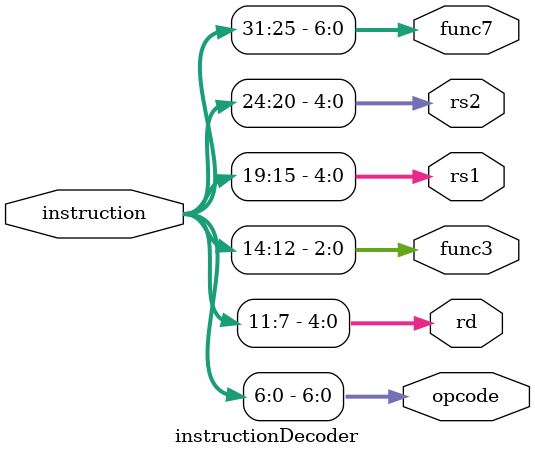
<source format=v>
module instructionDecoder(
    input  wire [31:0] instruction, 
    output reg  [6:0]  opcode, 
    output reg  [4:0]  rd, 
    output reg  [2:0]  func3, 
    output reg  [4:0]  rs1, 
    output reg  [4:0]  rs2,
    output reg  [6:0]  func7
);

    always @* begin
        opcode = instruction[6:0];
        rd     = instruction[11:7];
        func3  = instruction[14:12];
        rs1    = instruction[19:15];
        rs2    = instruction[24:20];
        func7  = instruction[31:25];
    end

endmodule

</source>
